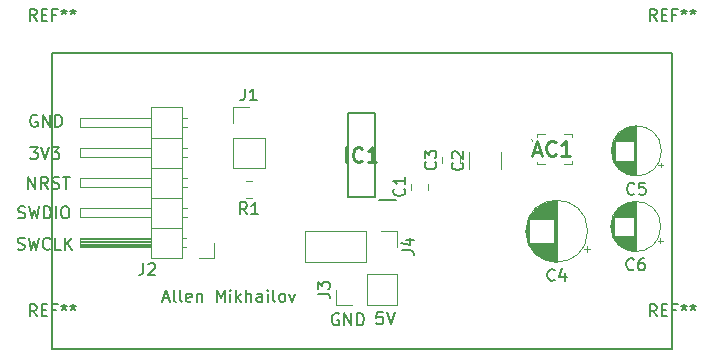
<source format=gbr>
%TF.GenerationSoftware,KiCad,Pcbnew,8.0.5*%
%TF.CreationDate,2025-04-25T02:38:47-05:00*%
%TF.ProjectId,327_project_pcb,3332375f-7072-46f6-9a65-63745f706362,rev?*%
%TF.SameCoordinates,Original*%
%TF.FileFunction,Legend,Top*%
%TF.FilePolarity,Positive*%
%FSLAX46Y46*%
G04 Gerber Fmt 4.6, Leading zero omitted, Abs format (unit mm)*
G04 Created by KiCad (PCBNEW 8.0.5) date 2025-04-25 02:38:47*
%MOMM*%
%LPD*%
G01*
G04 APERTURE LIST*
%ADD10C,0.127000*%
%ADD11C,0.150000*%
%ADD12C,0.254000*%
%ADD13C,0.120000*%
%ADD14C,0.200000*%
%ADD15C,0.100000*%
G04 APERTURE END LIST*
D10*
X217500000Y-115000000D02*
X217500000Y-90000000D01*
X165000000Y-115000000D02*
X217500000Y-115000000D01*
X165000000Y-90000000D02*
X165000000Y-115000000D01*
X217500000Y-90000000D02*
X165000000Y-90000000D01*
X174377075Y-110728771D02*
X174860885Y-110728771D01*
X174280313Y-111019056D02*
X174618980Y-110003056D01*
X174618980Y-110003056D02*
X174957647Y-111019056D01*
X175441456Y-111019056D02*
X175344694Y-110970676D01*
X175344694Y-110970676D02*
X175296313Y-110873914D01*
X175296313Y-110873914D02*
X175296313Y-110003056D01*
X175973646Y-111019056D02*
X175876884Y-110970676D01*
X175876884Y-110970676D02*
X175828503Y-110873914D01*
X175828503Y-110873914D02*
X175828503Y-110003056D01*
X176747741Y-110970676D02*
X176650979Y-111019056D01*
X176650979Y-111019056D02*
X176457455Y-111019056D01*
X176457455Y-111019056D02*
X176360693Y-110970676D01*
X176360693Y-110970676D02*
X176312312Y-110873914D01*
X176312312Y-110873914D02*
X176312312Y-110486866D01*
X176312312Y-110486866D02*
X176360693Y-110390104D01*
X176360693Y-110390104D02*
X176457455Y-110341723D01*
X176457455Y-110341723D02*
X176650979Y-110341723D01*
X176650979Y-110341723D02*
X176747741Y-110390104D01*
X176747741Y-110390104D02*
X176796122Y-110486866D01*
X176796122Y-110486866D02*
X176796122Y-110583628D01*
X176796122Y-110583628D02*
X176312312Y-110680390D01*
X177231550Y-110341723D02*
X177231550Y-111019056D01*
X177231550Y-110438485D02*
X177279931Y-110390104D01*
X177279931Y-110390104D02*
X177376693Y-110341723D01*
X177376693Y-110341723D02*
X177521836Y-110341723D01*
X177521836Y-110341723D02*
X177618598Y-110390104D01*
X177618598Y-110390104D02*
X177666979Y-110486866D01*
X177666979Y-110486866D02*
X177666979Y-111019056D01*
X178924883Y-111019056D02*
X178924883Y-110003056D01*
X178924883Y-110003056D02*
X179263550Y-110728771D01*
X179263550Y-110728771D02*
X179602217Y-110003056D01*
X179602217Y-110003056D02*
X179602217Y-111019056D01*
X180086026Y-111019056D02*
X180086026Y-110341723D01*
X180086026Y-110003056D02*
X180037645Y-110051437D01*
X180037645Y-110051437D02*
X180086026Y-110099818D01*
X180086026Y-110099818D02*
X180134407Y-110051437D01*
X180134407Y-110051437D02*
X180086026Y-110003056D01*
X180086026Y-110003056D02*
X180086026Y-110099818D01*
X180569836Y-111019056D02*
X180569836Y-110003056D01*
X180666598Y-110632009D02*
X180956884Y-111019056D01*
X180956884Y-110341723D02*
X180569836Y-110728771D01*
X181392312Y-111019056D02*
X181392312Y-110003056D01*
X181827741Y-111019056D02*
X181827741Y-110486866D01*
X181827741Y-110486866D02*
X181779360Y-110390104D01*
X181779360Y-110390104D02*
X181682598Y-110341723D01*
X181682598Y-110341723D02*
X181537455Y-110341723D01*
X181537455Y-110341723D02*
X181440693Y-110390104D01*
X181440693Y-110390104D02*
X181392312Y-110438485D01*
X182746979Y-111019056D02*
X182746979Y-110486866D01*
X182746979Y-110486866D02*
X182698598Y-110390104D01*
X182698598Y-110390104D02*
X182601836Y-110341723D01*
X182601836Y-110341723D02*
X182408312Y-110341723D01*
X182408312Y-110341723D02*
X182311550Y-110390104D01*
X182746979Y-110970676D02*
X182650217Y-111019056D01*
X182650217Y-111019056D02*
X182408312Y-111019056D01*
X182408312Y-111019056D02*
X182311550Y-110970676D01*
X182311550Y-110970676D02*
X182263169Y-110873914D01*
X182263169Y-110873914D02*
X182263169Y-110777152D01*
X182263169Y-110777152D02*
X182311550Y-110680390D01*
X182311550Y-110680390D02*
X182408312Y-110632009D01*
X182408312Y-110632009D02*
X182650217Y-110632009D01*
X182650217Y-110632009D02*
X182746979Y-110583628D01*
X183230788Y-111019056D02*
X183230788Y-110341723D01*
X183230788Y-110003056D02*
X183182407Y-110051437D01*
X183182407Y-110051437D02*
X183230788Y-110099818D01*
X183230788Y-110099818D02*
X183279169Y-110051437D01*
X183279169Y-110051437D02*
X183230788Y-110003056D01*
X183230788Y-110003056D02*
X183230788Y-110099818D01*
X183859741Y-111019056D02*
X183762979Y-110970676D01*
X183762979Y-110970676D02*
X183714598Y-110873914D01*
X183714598Y-110873914D02*
X183714598Y-110003056D01*
X184391931Y-111019056D02*
X184295169Y-110970676D01*
X184295169Y-110970676D02*
X184246788Y-110922295D01*
X184246788Y-110922295D02*
X184198407Y-110825533D01*
X184198407Y-110825533D02*
X184198407Y-110535247D01*
X184198407Y-110535247D02*
X184246788Y-110438485D01*
X184246788Y-110438485D02*
X184295169Y-110390104D01*
X184295169Y-110390104D02*
X184391931Y-110341723D01*
X184391931Y-110341723D02*
X184537074Y-110341723D01*
X184537074Y-110341723D02*
X184633836Y-110390104D01*
X184633836Y-110390104D02*
X184682217Y-110438485D01*
X184682217Y-110438485D02*
X184730598Y-110535247D01*
X184730598Y-110535247D02*
X184730598Y-110825533D01*
X184730598Y-110825533D02*
X184682217Y-110922295D01*
X184682217Y-110922295D02*
X184633836Y-110970676D01*
X184633836Y-110970676D02*
X184537074Y-111019056D01*
X184537074Y-111019056D02*
X184391931Y-111019056D01*
X185069264Y-110341723D02*
X185311169Y-111019056D01*
X185311169Y-111019056D02*
X185553074Y-110341723D01*
X189257647Y-112051437D02*
X189160885Y-112003056D01*
X189160885Y-112003056D02*
X189015742Y-112003056D01*
X189015742Y-112003056D02*
X188870599Y-112051437D01*
X188870599Y-112051437D02*
X188773837Y-112148199D01*
X188773837Y-112148199D02*
X188725456Y-112244961D01*
X188725456Y-112244961D02*
X188677075Y-112438485D01*
X188677075Y-112438485D02*
X188677075Y-112583628D01*
X188677075Y-112583628D02*
X188725456Y-112777152D01*
X188725456Y-112777152D02*
X188773837Y-112873914D01*
X188773837Y-112873914D02*
X188870599Y-112970676D01*
X188870599Y-112970676D02*
X189015742Y-113019056D01*
X189015742Y-113019056D02*
X189112504Y-113019056D01*
X189112504Y-113019056D02*
X189257647Y-112970676D01*
X189257647Y-112970676D02*
X189306028Y-112922295D01*
X189306028Y-112922295D02*
X189306028Y-112583628D01*
X189306028Y-112583628D02*
X189112504Y-112583628D01*
X189741456Y-113019056D02*
X189741456Y-112003056D01*
X189741456Y-112003056D02*
X190322028Y-113019056D01*
X190322028Y-113019056D02*
X190322028Y-112003056D01*
X190805837Y-113019056D02*
X190805837Y-112003056D01*
X190805837Y-112003056D02*
X191047742Y-112003056D01*
X191047742Y-112003056D02*
X191192885Y-112051437D01*
X191192885Y-112051437D02*
X191289647Y-112148199D01*
X191289647Y-112148199D02*
X191338028Y-112244961D01*
X191338028Y-112244961D02*
X191386409Y-112438485D01*
X191386409Y-112438485D02*
X191386409Y-112583628D01*
X191386409Y-112583628D02*
X191338028Y-112777152D01*
X191338028Y-112777152D02*
X191289647Y-112873914D01*
X191289647Y-112873914D02*
X191192885Y-112970676D01*
X191192885Y-112970676D02*
X191047742Y-113019056D01*
X191047742Y-113019056D02*
X190805837Y-113019056D01*
X192959266Y-111903056D02*
X192475456Y-111903056D01*
X192475456Y-111903056D02*
X192427075Y-112386866D01*
X192427075Y-112386866D02*
X192475456Y-112338485D01*
X192475456Y-112338485D02*
X192572218Y-112290104D01*
X192572218Y-112290104D02*
X192814123Y-112290104D01*
X192814123Y-112290104D02*
X192910885Y-112338485D01*
X192910885Y-112338485D02*
X192959266Y-112386866D01*
X192959266Y-112386866D02*
X193007647Y-112483628D01*
X193007647Y-112483628D02*
X193007647Y-112725533D01*
X193007647Y-112725533D02*
X192959266Y-112822295D01*
X192959266Y-112822295D02*
X192910885Y-112870676D01*
X192910885Y-112870676D02*
X192814123Y-112919056D01*
X192814123Y-112919056D02*
X192572218Y-112919056D01*
X192572218Y-112919056D02*
X192475456Y-112870676D01*
X192475456Y-112870676D02*
X192427075Y-112822295D01*
X193297932Y-111903056D02*
X193636599Y-112919056D01*
X193636599Y-112919056D02*
X193975266Y-111903056D01*
X162077075Y-106570676D02*
X162222218Y-106619056D01*
X162222218Y-106619056D02*
X162464123Y-106619056D01*
X162464123Y-106619056D02*
X162560885Y-106570676D01*
X162560885Y-106570676D02*
X162609266Y-106522295D01*
X162609266Y-106522295D02*
X162657647Y-106425533D01*
X162657647Y-106425533D02*
X162657647Y-106328771D01*
X162657647Y-106328771D02*
X162609266Y-106232009D01*
X162609266Y-106232009D02*
X162560885Y-106183628D01*
X162560885Y-106183628D02*
X162464123Y-106135247D01*
X162464123Y-106135247D02*
X162270599Y-106086866D01*
X162270599Y-106086866D02*
X162173837Y-106038485D01*
X162173837Y-106038485D02*
X162125456Y-105990104D01*
X162125456Y-105990104D02*
X162077075Y-105893342D01*
X162077075Y-105893342D02*
X162077075Y-105796580D01*
X162077075Y-105796580D02*
X162125456Y-105699818D01*
X162125456Y-105699818D02*
X162173837Y-105651437D01*
X162173837Y-105651437D02*
X162270599Y-105603056D01*
X162270599Y-105603056D02*
X162512504Y-105603056D01*
X162512504Y-105603056D02*
X162657647Y-105651437D01*
X162996313Y-105603056D02*
X163238218Y-106619056D01*
X163238218Y-106619056D02*
X163431742Y-105893342D01*
X163431742Y-105893342D02*
X163625266Y-106619056D01*
X163625266Y-106619056D02*
X163867171Y-105603056D01*
X164834790Y-106522295D02*
X164786409Y-106570676D01*
X164786409Y-106570676D02*
X164641266Y-106619056D01*
X164641266Y-106619056D02*
X164544504Y-106619056D01*
X164544504Y-106619056D02*
X164399361Y-106570676D01*
X164399361Y-106570676D02*
X164302599Y-106473914D01*
X164302599Y-106473914D02*
X164254218Y-106377152D01*
X164254218Y-106377152D02*
X164205837Y-106183628D01*
X164205837Y-106183628D02*
X164205837Y-106038485D01*
X164205837Y-106038485D02*
X164254218Y-105844961D01*
X164254218Y-105844961D02*
X164302599Y-105748199D01*
X164302599Y-105748199D02*
X164399361Y-105651437D01*
X164399361Y-105651437D02*
X164544504Y-105603056D01*
X164544504Y-105603056D02*
X164641266Y-105603056D01*
X164641266Y-105603056D02*
X164786409Y-105651437D01*
X164786409Y-105651437D02*
X164834790Y-105699818D01*
X165754028Y-106619056D02*
X165270218Y-106619056D01*
X165270218Y-106619056D02*
X165270218Y-105603056D01*
X166092694Y-106619056D02*
X166092694Y-105603056D01*
X166673266Y-106619056D02*
X166237837Y-106038485D01*
X166673266Y-105603056D02*
X166092694Y-106183628D01*
X162127075Y-103920676D02*
X162272218Y-103969056D01*
X162272218Y-103969056D02*
X162514123Y-103969056D01*
X162514123Y-103969056D02*
X162610885Y-103920676D01*
X162610885Y-103920676D02*
X162659266Y-103872295D01*
X162659266Y-103872295D02*
X162707647Y-103775533D01*
X162707647Y-103775533D02*
X162707647Y-103678771D01*
X162707647Y-103678771D02*
X162659266Y-103582009D01*
X162659266Y-103582009D02*
X162610885Y-103533628D01*
X162610885Y-103533628D02*
X162514123Y-103485247D01*
X162514123Y-103485247D02*
X162320599Y-103436866D01*
X162320599Y-103436866D02*
X162223837Y-103388485D01*
X162223837Y-103388485D02*
X162175456Y-103340104D01*
X162175456Y-103340104D02*
X162127075Y-103243342D01*
X162127075Y-103243342D02*
X162127075Y-103146580D01*
X162127075Y-103146580D02*
X162175456Y-103049818D01*
X162175456Y-103049818D02*
X162223837Y-103001437D01*
X162223837Y-103001437D02*
X162320599Y-102953056D01*
X162320599Y-102953056D02*
X162562504Y-102953056D01*
X162562504Y-102953056D02*
X162707647Y-103001437D01*
X163046313Y-102953056D02*
X163288218Y-103969056D01*
X163288218Y-103969056D02*
X163481742Y-103243342D01*
X163481742Y-103243342D02*
X163675266Y-103969056D01*
X163675266Y-103969056D02*
X163917171Y-102953056D01*
X164304218Y-103969056D02*
X164304218Y-102953056D01*
X164304218Y-102953056D02*
X164546123Y-102953056D01*
X164546123Y-102953056D02*
X164691266Y-103001437D01*
X164691266Y-103001437D02*
X164788028Y-103098199D01*
X164788028Y-103098199D02*
X164836409Y-103194961D01*
X164836409Y-103194961D02*
X164884790Y-103388485D01*
X164884790Y-103388485D02*
X164884790Y-103533628D01*
X164884790Y-103533628D02*
X164836409Y-103727152D01*
X164836409Y-103727152D02*
X164788028Y-103823914D01*
X164788028Y-103823914D02*
X164691266Y-103920676D01*
X164691266Y-103920676D02*
X164546123Y-103969056D01*
X164546123Y-103969056D02*
X164304218Y-103969056D01*
X165320218Y-103969056D02*
X165320218Y-102953056D01*
X165997552Y-102953056D02*
X166191076Y-102953056D01*
X166191076Y-102953056D02*
X166287838Y-103001437D01*
X166287838Y-103001437D02*
X166384600Y-103098199D01*
X166384600Y-103098199D02*
X166432981Y-103291723D01*
X166432981Y-103291723D02*
X166432981Y-103630390D01*
X166432981Y-103630390D02*
X166384600Y-103823914D01*
X166384600Y-103823914D02*
X166287838Y-103920676D01*
X166287838Y-103920676D02*
X166191076Y-103969056D01*
X166191076Y-103969056D02*
X165997552Y-103969056D01*
X165997552Y-103969056D02*
X165900790Y-103920676D01*
X165900790Y-103920676D02*
X165804028Y-103823914D01*
X165804028Y-103823914D02*
X165755647Y-103630390D01*
X165755647Y-103630390D02*
X165755647Y-103291723D01*
X165755647Y-103291723D02*
X165804028Y-103098199D01*
X165804028Y-103098199D02*
X165900790Y-103001437D01*
X165900790Y-103001437D02*
X165997552Y-102953056D01*
X162975456Y-101469056D02*
X162975456Y-100453056D01*
X162975456Y-100453056D02*
X163556028Y-101469056D01*
X163556028Y-101469056D02*
X163556028Y-100453056D01*
X164620409Y-101469056D02*
X164281742Y-100985247D01*
X164039837Y-101469056D02*
X164039837Y-100453056D01*
X164039837Y-100453056D02*
X164426885Y-100453056D01*
X164426885Y-100453056D02*
X164523647Y-100501437D01*
X164523647Y-100501437D02*
X164572028Y-100549818D01*
X164572028Y-100549818D02*
X164620409Y-100646580D01*
X164620409Y-100646580D02*
X164620409Y-100791723D01*
X164620409Y-100791723D02*
X164572028Y-100888485D01*
X164572028Y-100888485D02*
X164523647Y-100936866D01*
X164523647Y-100936866D02*
X164426885Y-100985247D01*
X164426885Y-100985247D02*
X164039837Y-100985247D01*
X165007456Y-101420676D02*
X165152599Y-101469056D01*
X165152599Y-101469056D02*
X165394504Y-101469056D01*
X165394504Y-101469056D02*
X165491266Y-101420676D01*
X165491266Y-101420676D02*
X165539647Y-101372295D01*
X165539647Y-101372295D02*
X165588028Y-101275533D01*
X165588028Y-101275533D02*
X165588028Y-101178771D01*
X165588028Y-101178771D02*
X165539647Y-101082009D01*
X165539647Y-101082009D02*
X165491266Y-101033628D01*
X165491266Y-101033628D02*
X165394504Y-100985247D01*
X165394504Y-100985247D02*
X165200980Y-100936866D01*
X165200980Y-100936866D02*
X165104218Y-100888485D01*
X165104218Y-100888485D02*
X165055837Y-100840104D01*
X165055837Y-100840104D02*
X165007456Y-100743342D01*
X165007456Y-100743342D02*
X165007456Y-100646580D01*
X165007456Y-100646580D02*
X165055837Y-100549818D01*
X165055837Y-100549818D02*
X165104218Y-100501437D01*
X165104218Y-100501437D02*
X165200980Y-100453056D01*
X165200980Y-100453056D02*
X165442885Y-100453056D01*
X165442885Y-100453056D02*
X165588028Y-100501437D01*
X165878313Y-100453056D02*
X166458885Y-100453056D01*
X166168599Y-101469056D02*
X166168599Y-100453056D01*
X163128694Y-97953056D02*
X163757647Y-97953056D01*
X163757647Y-97953056D02*
X163418980Y-98340104D01*
X163418980Y-98340104D02*
X163564123Y-98340104D01*
X163564123Y-98340104D02*
X163660885Y-98388485D01*
X163660885Y-98388485D02*
X163709266Y-98436866D01*
X163709266Y-98436866D02*
X163757647Y-98533628D01*
X163757647Y-98533628D02*
X163757647Y-98775533D01*
X163757647Y-98775533D02*
X163709266Y-98872295D01*
X163709266Y-98872295D02*
X163660885Y-98920676D01*
X163660885Y-98920676D02*
X163564123Y-98969056D01*
X163564123Y-98969056D02*
X163273837Y-98969056D01*
X163273837Y-98969056D02*
X163177075Y-98920676D01*
X163177075Y-98920676D02*
X163128694Y-98872295D01*
X164047932Y-97953056D02*
X164386599Y-98969056D01*
X164386599Y-98969056D02*
X164725266Y-97953056D01*
X164967170Y-97953056D02*
X165596123Y-97953056D01*
X165596123Y-97953056D02*
X165257456Y-98340104D01*
X165257456Y-98340104D02*
X165402599Y-98340104D01*
X165402599Y-98340104D02*
X165499361Y-98388485D01*
X165499361Y-98388485D02*
X165547742Y-98436866D01*
X165547742Y-98436866D02*
X165596123Y-98533628D01*
X165596123Y-98533628D02*
X165596123Y-98775533D01*
X165596123Y-98775533D02*
X165547742Y-98872295D01*
X165547742Y-98872295D02*
X165499361Y-98920676D01*
X165499361Y-98920676D02*
X165402599Y-98969056D01*
X165402599Y-98969056D02*
X165112313Y-98969056D01*
X165112313Y-98969056D02*
X165015551Y-98920676D01*
X165015551Y-98920676D02*
X164967170Y-98872295D01*
X163707647Y-95251437D02*
X163610885Y-95203056D01*
X163610885Y-95203056D02*
X163465742Y-95203056D01*
X163465742Y-95203056D02*
X163320599Y-95251437D01*
X163320599Y-95251437D02*
X163223837Y-95348199D01*
X163223837Y-95348199D02*
X163175456Y-95444961D01*
X163175456Y-95444961D02*
X163127075Y-95638485D01*
X163127075Y-95638485D02*
X163127075Y-95783628D01*
X163127075Y-95783628D02*
X163175456Y-95977152D01*
X163175456Y-95977152D02*
X163223837Y-96073914D01*
X163223837Y-96073914D02*
X163320599Y-96170676D01*
X163320599Y-96170676D02*
X163465742Y-96219056D01*
X163465742Y-96219056D02*
X163562504Y-96219056D01*
X163562504Y-96219056D02*
X163707647Y-96170676D01*
X163707647Y-96170676D02*
X163756028Y-96122295D01*
X163756028Y-96122295D02*
X163756028Y-95783628D01*
X163756028Y-95783628D02*
X163562504Y-95783628D01*
X164191456Y-96219056D02*
X164191456Y-95203056D01*
X164191456Y-95203056D02*
X164772028Y-96219056D01*
X164772028Y-96219056D02*
X164772028Y-95203056D01*
X165255837Y-96219056D02*
X165255837Y-95203056D01*
X165255837Y-95203056D02*
X165497742Y-95203056D01*
X165497742Y-95203056D02*
X165642885Y-95251437D01*
X165642885Y-95251437D02*
X165739647Y-95348199D01*
X165739647Y-95348199D02*
X165788028Y-95444961D01*
X165788028Y-95444961D02*
X165836409Y-95638485D01*
X165836409Y-95638485D02*
X165836409Y-95783628D01*
X165836409Y-95783628D02*
X165788028Y-95977152D01*
X165788028Y-95977152D02*
X165739647Y-96073914D01*
X165739647Y-96073914D02*
X165642885Y-96170676D01*
X165642885Y-96170676D02*
X165497742Y-96219056D01*
X165497742Y-96219056D02*
X165255837Y-96219056D01*
D11*
X163666666Y-112254819D02*
X163333333Y-111778628D01*
X163095238Y-112254819D02*
X163095238Y-111254819D01*
X163095238Y-111254819D02*
X163476190Y-111254819D01*
X163476190Y-111254819D02*
X163571428Y-111302438D01*
X163571428Y-111302438D02*
X163619047Y-111350057D01*
X163619047Y-111350057D02*
X163666666Y-111445295D01*
X163666666Y-111445295D02*
X163666666Y-111588152D01*
X163666666Y-111588152D02*
X163619047Y-111683390D01*
X163619047Y-111683390D02*
X163571428Y-111731009D01*
X163571428Y-111731009D02*
X163476190Y-111778628D01*
X163476190Y-111778628D02*
X163095238Y-111778628D01*
X164095238Y-111731009D02*
X164428571Y-111731009D01*
X164571428Y-112254819D02*
X164095238Y-112254819D01*
X164095238Y-112254819D02*
X164095238Y-111254819D01*
X164095238Y-111254819D02*
X164571428Y-111254819D01*
X165333333Y-111731009D02*
X165000000Y-111731009D01*
X165000000Y-112254819D02*
X165000000Y-111254819D01*
X165000000Y-111254819D02*
X165476190Y-111254819D01*
X166000000Y-111254819D02*
X166000000Y-111492914D01*
X165761905Y-111397676D02*
X166000000Y-111492914D01*
X166000000Y-111492914D02*
X166238095Y-111397676D01*
X165857143Y-111683390D02*
X166000000Y-111492914D01*
X166000000Y-111492914D02*
X166142857Y-111683390D01*
X166761905Y-111254819D02*
X166761905Y-111492914D01*
X166523810Y-111397676D02*
X166761905Y-111492914D01*
X166761905Y-111492914D02*
X167000000Y-111397676D01*
X166619048Y-111683390D02*
X166761905Y-111492914D01*
X166761905Y-111492914D02*
X166904762Y-111683390D01*
X163666666Y-87254819D02*
X163333333Y-86778628D01*
X163095238Y-87254819D02*
X163095238Y-86254819D01*
X163095238Y-86254819D02*
X163476190Y-86254819D01*
X163476190Y-86254819D02*
X163571428Y-86302438D01*
X163571428Y-86302438D02*
X163619047Y-86350057D01*
X163619047Y-86350057D02*
X163666666Y-86445295D01*
X163666666Y-86445295D02*
X163666666Y-86588152D01*
X163666666Y-86588152D02*
X163619047Y-86683390D01*
X163619047Y-86683390D02*
X163571428Y-86731009D01*
X163571428Y-86731009D02*
X163476190Y-86778628D01*
X163476190Y-86778628D02*
X163095238Y-86778628D01*
X164095238Y-86731009D02*
X164428571Y-86731009D01*
X164571428Y-87254819D02*
X164095238Y-87254819D01*
X164095238Y-87254819D02*
X164095238Y-86254819D01*
X164095238Y-86254819D02*
X164571428Y-86254819D01*
X165333333Y-86731009D02*
X165000000Y-86731009D01*
X165000000Y-87254819D02*
X165000000Y-86254819D01*
X165000000Y-86254819D02*
X165476190Y-86254819D01*
X166000000Y-86254819D02*
X166000000Y-86492914D01*
X165761905Y-86397676D02*
X166000000Y-86492914D01*
X166000000Y-86492914D02*
X166238095Y-86397676D01*
X165857143Y-86683390D02*
X166000000Y-86492914D01*
X166000000Y-86492914D02*
X166142857Y-86683390D01*
X166761905Y-86254819D02*
X166761905Y-86492914D01*
X166523810Y-86397676D02*
X166761905Y-86492914D01*
X166761905Y-86492914D02*
X167000000Y-86397676D01*
X166619048Y-86683390D02*
X166761905Y-86492914D01*
X166761905Y-86492914D02*
X166904762Y-86683390D01*
X216166666Y-87254819D02*
X215833333Y-86778628D01*
X215595238Y-87254819D02*
X215595238Y-86254819D01*
X215595238Y-86254819D02*
X215976190Y-86254819D01*
X215976190Y-86254819D02*
X216071428Y-86302438D01*
X216071428Y-86302438D02*
X216119047Y-86350057D01*
X216119047Y-86350057D02*
X216166666Y-86445295D01*
X216166666Y-86445295D02*
X216166666Y-86588152D01*
X216166666Y-86588152D02*
X216119047Y-86683390D01*
X216119047Y-86683390D02*
X216071428Y-86731009D01*
X216071428Y-86731009D02*
X215976190Y-86778628D01*
X215976190Y-86778628D02*
X215595238Y-86778628D01*
X216595238Y-86731009D02*
X216928571Y-86731009D01*
X217071428Y-87254819D02*
X216595238Y-87254819D01*
X216595238Y-87254819D02*
X216595238Y-86254819D01*
X216595238Y-86254819D02*
X217071428Y-86254819D01*
X217833333Y-86731009D02*
X217500000Y-86731009D01*
X217500000Y-87254819D02*
X217500000Y-86254819D01*
X217500000Y-86254819D02*
X217976190Y-86254819D01*
X218500000Y-86254819D02*
X218500000Y-86492914D01*
X218261905Y-86397676D02*
X218500000Y-86492914D01*
X218500000Y-86492914D02*
X218738095Y-86397676D01*
X218357143Y-86683390D02*
X218500000Y-86492914D01*
X218500000Y-86492914D02*
X218642857Y-86683390D01*
X219261905Y-86254819D02*
X219261905Y-86492914D01*
X219023810Y-86397676D02*
X219261905Y-86492914D01*
X219261905Y-86492914D02*
X219500000Y-86397676D01*
X219119048Y-86683390D02*
X219261905Y-86492914D01*
X219261905Y-86492914D02*
X219404762Y-86683390D01*
X216166666Y-112254819D02*
X215833333Y-111778628D01*
X215595238Y-112254819D02*
X215595238Y-111254819D01*
X215595238Y-111254819D02*
X215976190Y-111254819D01*
X215976190Y-111254819D02*
X216071428Y-111302438D01*
X216071428Y-111302438D02*
X216119047Y-111350057D01*
X216119047Y-111350057D02*
X216166666Y-111445295D01*
X216166666Y-111445295D02*
X216166666Y-111588152D01*
X216166666Y-111588152D02*
X216119047Y-111683390D01*
X216119047Y-111683390D02*
X216071428Y-111731009D01*
X216071428Y-111731009D02*
X215976190Y-111778628D01*
X215976190Y-111778628D02*
X215595238Y-111778628D01*
X216595238Y-111731009D02*
X216928571Y-111731009D01*
X217071428Y-112254819D02*
X216595238Y-112254819D01*
X216595238Y-112254819D02*
X216595238Y-111254819D01*
X216595238Y-111254819D02*
X217071428Y-111254819D01*
X217833333Y-111731009D02*
X217500000Y-111731009D01*
X217500000Y-112254819D02*
X217500000Y-111254819D01*
X217500000Y-111254819D02*
X217976190Y-111254819D01*
X218500000Y-111254819D02*
X218500000Y-111492914D01*
X218261905Y-111397676D02*
X218500000Y-111492914D01*
X218500000Y-111492914D02*
X218738095Y-111397676D01*
X218357143Y-111683390D02*
X218500000Y-111492914D01*
X218500000Y-111492914D02*
X218642857Y-111683390D01*
X219261905Y-111254819D02*
X219261905Y-111492914D01*
X219023810Y-111397676D02*
X219261905Y-111492914D01*
X219261905Y-111492914D02*
X219500000Y-111397676D01*
X219119048Y-111683390D02*
X219261905Y-111492914D01*
X219261905Y-111492914D02*
X219404762Y-111683390D01*
X181483333Y-103604819D02*
X181150000Y-103128628D01*
X180911905Y-103604819D02*
X180911905Y-102604819D01*
X180911905Y-102604819D02*
X181292857Y-102604819D01*
X181292857Y-102604819D02*
X181388095Y-102652438D01*
X181388095Y-102652438D02*
X181435714Y-102700057D01*
X181435714Y-102700057D02*
X181483333Y-102795295D01*
X181483333Y-102795295D02*
X181483333Y-102938152D01*
X181483333Y-102938152D02*
X181435714Y-103033390D01*
X181435714Y-103033390D02*
X181388095Y-103081009D01*
X181388095Y-103081009D02*
X181292857Y-103128628D01*
X181292857Y-103128628D02*
X180911905Y-103128628D01*
X182435714Y-103604819D02*
X181864286Y-103604819D01*
X182150000Y-103604819D02*
X182150000Y-102604819D01*
X182150000Y-102604819D02*
X182054762Y-102747676D01*
X182054762Y-102747676D02*
X181959524Y-102842914D01*
X181959524Y-102842914D02*
X181864286Y-102890533D01*
X194609819Y-106683333D02*
X195324104Y-106683333D01*
X195324104Y-106683333D02*
X195466961Y-106730952D01*
X195466961Y-106730952D02*
X195562200Y-106826190D01*
X195562200Y-106826190D02*
X195609819Y-106969047D01*
X195609819Y-106969047D02*
X195609819Y-107064285D01*
X194943152Y-105778571D02*
X195609819Y-105778571D01*
X194562200Y-106016666D02*
X195276485Y-106254761D01*
X195276485Y-106254761D02*
X195276485Y-105635714D01*
X187474819Y-110333333D02*
X188189104Y-110333333D01*
X188189104Y-110333333D02*
X188331961Y-110380952D01*
X188331961Y-110380952D02*
X188427200Y-110476190D01*
X188427200Y-110476190D02*
X188474819Y-110619047D01*
X188474819Y-110619047D02*
X188474819Y-110714285D01*
X187474819Y-109952380D02*
X187474819Y-109333333D01*
X187474819Y-109333333D02*
X187855771Y-109666666D01*
X187855771Y-109666666D02*
X187855771Y-109523809D01*
X187855771Y-109523809D02*
X187903390Y-109428571D01*
X187903390Y-109428571D02*
X187951009Y-109380952D01*
X187951009Y-109380952D02*
X188046247Y-109333333D01*
X188046247Y-109333333D02*
X188284342Y-109333333D01*
X188284342Y-109333333D02*
X188379580Y-109380952D01*
X188379580Y-109380952D02*
X188427200Y-109428571D01*
X188427200Y-109428571D02*
X188474819Y-109523809D01*
X188474819Y-109523809D02*
X188474819Y-109809523D01*
X188474819Y-109809523D02*
X188427200Y-109904761D01*
X188427200Y-109904761D02*
X188379580Y-109952380D01*
X172706666Y-107749819D02*
X172706666Y-108464104D01*
X172706666Y-108464104D02*
X172659047Y-108606961D01*
X172659047Y-108606961D02*
X172563809Y-108702200D01*
X172563809Y-108702200D02*
X172420952Y-108749819D01*
X172420952Y-108749819D02*
X172325714Y-108749819D01*
X173135238Y-107845057D02*
X173182857Y-107797438D01*
X173182857Y-107797438D02*
X173278095Y-107749819D01*
X173278095Y-107749819D02*
X173516190Y-107749819D01*
X173516190Y-107749819D02*
X173611428Y-107797438D01*
X173611428Y-107797438D02*
X173659047Y-107845057D01*
X173659047Y-107845057D02*
X173706666Y-107940295D01*
X173706666Y-107940295D02*
X173706666Y-108035533D01*
X173706666Y-108035533D02*
X173659047Y-108178390D01*
X173659047Y-108178390D02*
X173087619Y-108749819D01*
X173087619Y-108749819D02*
X173706666Y-108749819D01*
X181316666Y-92974819D02*
X181316666Y-93689104D01*
X181316666Y-93689104D02*
X181269047Y-93831961D01*
X181269047Y-93831961D02*
X181173809Y-93927200D01*
X181173809Y-93927200D02*
X181030952Y-93974819D01*
X181030952Y-93974819D02*
X180935714Y-93974819D01*
X182316666Y-93974819D02*
X181745238Y-93974819D01*
X182030952Y-93974819D02*
X182030952Y-92974819D01*
X182030952Y-92974819D02*
X181935714Y-93117676D01*
X181935714Y-93117676D02*
X181840476Y-93212914D01*
X181840476Y-93212914D02*
X181745238Y-93260533D01*
D12*
X189910237Y-99199318D02*
X189910237Y-97929318D01*
X191240714Y-99078365D02*
X191180238Y-99138842D01*
X191180238Y-99138842D02*
X190998809Y-99199318D01*
X190998809Y-99199318D02*
X190877857Y-99199318D01*
X190877857Y-99199318D02*
X190696428Y-99138842D01*
X190696428Y-99138842D02*
X190575476Y-99017889D01*
X190575476Y-99017889D02*
X190514999Y-98896937D01*
X190514999Y-98896937D02*
X190454523Y-98655032D01*
X190454523Y-98655032D02*
X190454523Y-98473603D01*
X190454523Y-98473603D02*
X190514999Y-98231699D01*
X190514999Y-98231699D02*
X190575476Y-98110746D01*
X190575476Y-98110746D02*
X190696428Y-97989794D01*
X190696428Y-97989794D02*
X190877857Y-97929318D01*
X190877857Y-97929318D02*
X190998809Y-97929318D01*
X190998809Y-97929318D02*
X191180238Y-97989794D01*
X191180238Y-97989794D02*
X191240714Y-98050270D01*
X192450238Y-99199318D02*
X191724523Y-99199318D01*
X192087380Y-99199318D02*
X192087380Y-97929318D01*
X192087380Y-97929318D02*
X191966428Y-98110746D01*
X191966428Y-98110746D02*
X191845476Y-98231699D01*
X191845476Y-98231699D02*
X191724523Y-98292175D01*
D11*
X214233333Y-108259580D02*
X214185714Y-108307200D01*
X214185714Y-108307200D02*
X214042857Y-108354819D01*
X214042857Y-108354819D02*
X213947619Y-108354819D01*
X213947619Y-108354819D02*
X213804762Y-108307200D01*
X213804762Y-108307200D02*
X213709524Y-108211961D01*
X213709524Y-108211961D02*
X213661905Y-108116723D01*
X213661905Y-108116723D02*
X213614286Y-107926247D01*
X213614286Y-107926247D02*
X213614286Y-107783390D01*
X213614286Y-107783390D02*
X213661905Y-107592914D01*
X213661905Y-107592914D02*
X213709524Y-107497676D01*
X213709524Y-107497676D02*
X213804762Y-107402438D01*
X213804762Y-107402438D02*
X213947619Y-107354819D01*
X213947619Y-107354819D02*
X214042857Y-107354819D01*
X214042857Y-107354819D02*
X214185714Y-107402438D01*
X214185714Y-107402438D02*
X214233333Y-107450057D01*
X215090476Y-107354819D02*
X214900000Y-107354819D01*
X214900000Y-107354819D02*
X214804762Y-107402438D01*
X214804762Y-107402438D02*
X214757143Y-107450057D01*
X214757143Y-107450057D02*
X214661905Y-107592914D01*
X214661905Y-107592914D02*
X214614286Y-107783390D01*
X214614286Y-107783390D02*
X214614286Y-108164342D01*
X214614286Y-108164342D02*
X214661905Y-108259580D01*
X214661905Y-108259580D02*
X214709524Y-108307200D01*
X214709524Y-108307200D02*
X214804762Y-108354819D01*
X214804762Y-108354819D02*
X214995238Y-108354819D01*
X214995238Y-108354819D02*
X215090476Y-108307200D01*
X215090476Y-108307200D02*
X215138095Y-108259580D01*
X215138095Y-108259580D02*
X215185714Y-108164342D01*
X215185714Y-108164342D02*
X215185714Y-107926247D01*
X215185714Y-107926247D02*
X215138095Y-107831009D01*
X215138095Y-107831009D02*
X215090476Y-107783390D01*
X215090476Y-107783390D02*
X214995238Y-107735771D01*
X214995238Y-107735771D02*
X214804762Y-107735771D01*
X214804762Y-107735771D02*
X214709524Y-107783390D01*
X214709524Y-107783390D02*
X214661905Y-107831009D01*
X214661905Y-107831009D02*
X214614286Y-107926247D01*
X214283333Y-101859580D02*
X214235714Y-101907200D01*
X214235714Y-101907200D02*
X214092857Y-101954819D01*
X214092857Y-101954819D02*
X213997619Y-101954819D01*
X213997619Y-101954819D02*
X213854762Y-101907200D01*
X213854762Y-101907200D02*
X213759524Y-101811961D01*
X213759524Y-101811961D02*
X213711905Y-101716723D01*
X213711905Y-101716723D02*
X213664286Y-101526247D01*
X213664286Y-101526247D02*
X213664286Y-101383390D01*
X213664286Y-101383390D02*
X213711905Y-101192914D01*
X213711905Y-101192914D02*
X213759524Y-101097676D01*
X213759524Y-101097676D02*
X213854762Y-101002438D01*
X213854762Y-101002438D02*
X213997619Y-100954819D01*
X213997619Y-100954819D02*
X214092857Y-100954819D01*
X214092857Y-100954819D02*
X214235714Y-101002438D01*
X214235714Y-101002438D02*
X214283333Y-101050057D01*
X215188095Y-100954819D02*
X214711905Y-100954819D01*
X214711905Y-100954819D02*
X214664286Y-101431009D01*
X214664286Y-101431009D02*
X214711905Y-101383390D01*
X214711905Y-101383390D02*
X214807143Y-101335771D01*
X214807143Y-101335771D02*
X215045238Y-101335771D01*
X215045238Y-101335771D02*
X215140476Y-101383390D01*
X215140476Y-101383390D02*
X215188095Y-101431009D01*
X215188095Y-101431009D02*
X215235714Y-101526247D01*
X215235714Y-101526247D02*
X215235714Y-101764342D01*
X215235714Y-101764342D02*
X215188095Y-101859580D01*
X215188095Y-101859580D02*
X215140476Y-101907200D01*
X215140476Y-101907200D02*
X215045238Y-101954819D01*
X215045238Y-101954819D02*
X214807143Y-101954819D01*
X214807143Y-101954819D02*
X214711905Y-101907200D01*
X214711905Y-101907200D02*
X214664286Y-101859580D01*
X207538446Y-109159580D02*
X207490827Y-109207200D01*
X207490827Y-109207200D02*
X207347970Y-109254819D01*
X207347970Y-109254819D02*
X207252732Y-109254819D01*
X207252732Y-109254819D02*
X207109875Y-109207200D01*
X207109875Y-109207200D02*
X207014637Y-109111961D01*
X207014637Y-109111961D02*
X206967018Y-109016723D01*
X206967018Y-109016723D02*
X206919399Y-108826247D01*
X206919399Y-108826247D02*
X206919399Y-108683390D01*
X206919399Y-108683390D02*
X206967018Y-108492914D01*
X206967018Y-108492914D02*
X207014637Y-108397676D01*
X207014637Y-108397676D02*
X207109875Y-108302438D01*
X207109875Y-108302438D02*
X207252732Y-108254819D01*
X207252732Y-108254819D02*
X207347970Y-108254819D01*
X207347970Y-108254819D02*
X207490827Y-108302438D01*
X207490827Y-108302438D02*
X207538446Y-108350057D01*
X208395589Y-108588152D02*
X208395589Y-109254819D01*
X208157494Y-108207200D02*
X207919399Y-108921485D01*
X207919399Y-108921485D02*
X208538446Y-108921485D01*
X197429580Y-99179166D02*
X197477200Y-99226785D01*
X197477200Y-99226785D02*
X197524819Y-99369642D01*
X197524819Y-99369642D02*
X197524819Y-99464880D01*
X197524819Y-99464880D02*
X197477200Y-99607737D01*
X197477200Y-99607737D02*
X197381961Y-99702975D01*
X197381961Y-99702975D02*
X197286723Y-99750594D01*
X197286723Y-99750594D02*
X197096247Y-99798213D01*
X197096247Y-99798213D02*
X196953390Y-99798213D01*
X196953390Y-99798213D02*
X196762914Y-99750594D01*
X196762914Y-99750594D02*
X196667676Y-99702975D01*
X196667676Y-99702975D02*
X196572438Y-99607737D01*
X196572438Y-99607737D02*
X196524819Y-99464880D01*
X196524819Y-99464880D02*
X196524819Y-99369642D01*
X196524819Y-99369642D02*
X196572438Y-99226785D01*
X196572438Y-99226785D02*
X196620057Y-99179166D01*
X196524819Y-98845832D02*
X196524819Y-98226785D01*
X196524819Y-98226785D02*
X196905771Y-98560118D01*
X196905771Y-98560118D02*
X196905771Y-98417261D01*
X196905771Y-98417261D02*
X196953390Y-98322023D01*
X196953390Y-98322023D02*
X197001009Y-98274404D01*
X197001009Y-98274404D02*
X197096247Y-98226785D01*
X197096247Y-98226785D02*
X197334342Y-98226785D01*
X197334342Y-98226785D02*
X197429580Y-98274404D01*
X197429580Y-98274404D02*
X197477200Y-98322023D01*
X197477200Y-98322023D02*
X197524819Y-98417261D01*
X197524819Y-98417261D02*
X197524819Y-98702975D01*
X197524819Y-98702975D02*
X197477200Y-98798213D01*
X197477200Y-98798213D02*
X197429580Y-98845832D01*
X199709580Y-99254166D02*
X199757200Y-99301785D01*
X199757200Y-99301785D02*
X199804819Y-99444642D01*
X199804819Y-99444642D02*
X199804819Y-99539880D01*
X199804819Y-99539880D02*
X199757200Y-99682737D01*
X199757200Y-99682737D02*
X199661961Y-99777975D01*
X199661961Y-99777975D02*
X199566723Y-99825594D01*
X199566723Y-99825594D02*
X199376247Y-99873213D01*
X199376247Y-99873213D02*
X199233390Y-99873213D01*
X199233390Y-99873213D02*
X199042914Y-99825594D01*
X199042914Y-99825594D02*
X198947676Y-99777975D01*
X198947676Y-99777975D02*
X198852438Y-99682737D01*
X198852438Y-99682737D02*
X198804819Y-99539880D01*
X198804819Y-99539880D02*
X198804819Y-99444642D01*
X198804819Y-99444642D02*
X198852438Y-99301785D01*
X198852438Y-99301785D02*
X198900057Y-99254166D01*
X198900057Y-98873213D02*
X198852438Y-98825594D01*
X198852438Y-98825594D02*
X198804819Y-98730356D01*
X198804819Y-98730356D02*
X198804819Y-98492261D01*
X198804819Y-98492261D02*
X198852438Y-98397023D01*
X198852438Y-98397023D02*
X198900057Y-98349404D01*
X198900057Y-98349404D02*
X198995295Y-98301785D01*
X198995295Y-98301785D02*
X199090533Y-98301785D01*
X199090533Y-98301785D02*
X199233390Y-98349404D01*
X199233390Y-98349404D02*
X199804819Y-98920832D01*
X199804819Y-98920832D02*
X199804819Y-98301785D01*
X194779580Y-101454166D02*
X194827200Y-101501785D01*
X194827200Y-101501785D02*
X194874819Y-101644642D01*
X194874819Y-101644642D02*
X194874819Y-101739880D01*
X194874819Y-101739880D02*
X194827200Y-101882737D01*
X194827200Y-101882737D02*
X194731961Y-101977975D01*
X194731961Y-101977975D02*
X194636723Y-102025594D01*
X194636723Y-102025594D02*
X194446247Y-102073213D01*
X194446247Y-102073213D02*
X194303390Y-102073213D01*
X194303390Y-102073213D02*
X194112914Y-102025594D01*
X194112914Y-102025594D02*
X194017676Y-101977975D01*
X194017676Y-101977975D02*
X193922438Y-101882737D01*
X193922438Y-101882737D02*
X193874819Y-101739880D01*
X193874819Y-101739880D02*
X193874819Y-101644642D01*
X193874819Y-101644642D02*
X193922438Y-101501785D01*
X193922438Y-101501785D02*
X193970057Y-101454166D01*
X194874819Y-100501785D02*
X194874819Y-101073213D01*
X194874819Y-100787499D02*
X193874819Y-100787499D01*
X193874819Y-100787499D02*
X194017676Y-100882737D01*
X194017676Y-100882737D02*
X194112914Y-100977975D01*
X194112914Y-100977975D02*
X194160533Y-101073213D01*
D12*
X205732857Y-98311461D02*
X206337619Y-98311461D01*
X205611905Y-98674318D02*
X206035238Y-97404318D01*
X206035238Y-97404318D02*
X206458572Y-98674318D01*
X207607619Y-98553365D02*
X207547143Y-98613842D01*
X207547143Y-98613842D02*
X207365714Y-98674318D01*
X207365714Y-98674318D02*
X207244762Y-98674318D01*
X207244762Y-98674318D02*
X207063333Y-98613842D01*
X207063333Y-98613842D02*
X206942381Y-98492889D01*
X206942381Y-98492889D02*
X206881904Y-98371937D01*
X206881904Y-98371937D02*
X206821428Y-98130032D01*
X206821428Y-98130032D02*
X206821428Y-97948603D01*
X206821428Y-97948603D02*
X206881904Y-97706699D01*
X206881904Y-97706699D02*
X206942381Y-97585746D01*
X206942381Y-97585746D02*
X207063333Y-97464794D01*
X207063333Y-97464794D02*
X207244762Y-97404318D01*
X207244762Y-97404318D02*
X207365714Y-97404318D01*
X207365714Y-97404318D02*
X207547143Y-97464794D01*
X207547143Y-97464794D02*
X207607619Y-97525270D01*
X208817143Y-98674318D02*
X208091428Y-98674318D01*
X208454285Y-98674318D02*
X208454285Y-97404318D01*
X208454285Y-97404318D02*
X208333333Y-97585746D01*
X208333333Y-97585746D02*
X208212381Y-97706699D01*
X208212381Y-97706699D02*
X208091428Y-97767175D01*
D13*
%TO.C,R1*%
X181877064Y-102235000D02*
X181422936Y-102235000D01*
X181877064Y-100765000D02*
X181422936Y-100765000D01*
%TO.C,J4*%
X194155000Y-105020000D02*
X194155000Y-106350000D01*
X192825000Y-105020000D02*
X194155000Y-105020000D01*
X191555000Y-105020000D02*
X186415000Y-105020000D01*
X191555000Y-105020000D02*
X191555000Y-107680000D01*
X186415000Y-105020000D02*
X186415000Y-107680000D01*
X191555000Y-107680000D02*
X186415000Y-107680000D01*
%TO.C,J3*%
X189020000Y-111330000D02*
X189020000Y-110000000D01*
X190350000Y-111330000D02*
X189020000Y-111330000D01*
X191620000Y-111330000D02*
X194220000Y-111330000D01*
X191620000Y-111330000D02*
X191620000Y-108670000D01*
X194220000Y-111330000D02*
X194220000Y-108670000D01*
X191620000Y-108670000D02*
X194220000Y-108670000D01*
%TO.C,J2*%
X178695000Y-107295000D02*
X177425000Y-107295000D01*
X178695000Y-106025000D02*
X178695000Y-107295000D01*
X176382071Y-103865000D02*
X175985000Y-103865000D01*
X176382071Y-103105000D02*
X175985000Y-103105000D01*
X176382071Y-101325000D02*
X175985000Y-101325000D01*
X176382071Y-100565000D02*
X175985000Y-100565000D01*
X176382071Y-98785000D02*
X175985000Y-98785000D01*
X176382071Y-98025000D02*
X175985000Y-98025000D01*
X176382071Y-96245000D02*
X175985000Y-96245000D01*
X176382071Y-95485000D02*
X175985000Y-95485000D01*
X176315000Y-106405000D02*
X175985000Y-106405000D01*
X176315000Y-105645000D02*
X175985000Y-105645000D01*
X175985000Y-107355000D02*
X175985000Y-94535000D01*
X175985000Y-104755000D02*
X173325000Y-104755000D01*
X175985000Y-102215000D02*
X173325000Y-102215000D01*
X175985000Y-99675000D02*
X173325000Y-99675000D01*
X175985000Y-97135000D02*
X173325000Y-97135000D01*
X175985000Y-94535000D02*
X173325000Y-94535000D01*
X173325000Y-107355000D02*
X175985000Y-107355000D01*
X173325000Y-106405000D02*
X167325000Y-106405000D01*
X173325000Y-106345000D02*
X167325000Y-106345000D01*
X173325000Y-106225000D02*
X167325000Y-106225000D01*
X173325000Y-106105000D02*
X167325000Y-106105000D01*
X173325000Y-105985000D02*
X167325000Y-105985000D01*
X173325000Y-105865000D02*
X167325000Y-105865000D01*
X173325000Y-105745000D02*
X167325000Y-105745000D01*
X173325000Y-103865000D02*
X167325000Y-103865000D01*
X173325000Y-101325000D02*
X167325000Y-101325000D01*
X173325000Y-98785000D02*
X167325000Y-98785000D01*
X173325000Y-96245000D02*
X167325000Y-96245000D01*
X173325000Y-94535000D02*
X173325000Y-107355000D01*
X167325000Y-106405000D02*
X167325000Y-105645000D01*
X167325000Y-105645000D02*
X173325000Y-105645000D01*
X167325000Y-103865000D02*
X167325000Y-103105000D01*
X167325000Y-103105000D02*
X173325000Y-103105000D01*
X167325000Y-101325000D02*
X167325000Y-100565000D01*
X167325000Y-100565000D02*
X173325000Y-100565000D01*
X167325000Y-98785000D02*
X167325000Y-98025000D01*
X167325000Y-98025000D02*
X173325000Y-98025000D01*
X167325000Y-96245000D02*
X167325000Y-95485000D01*
X167325000Y-95485000D02*
X173325000Y-95485000D01*
%TO.C,J1*%
X180320000Y-94520000D02*
X181650000Y-94520000D01*
X180320000Y-95850000D02*
X180320000Y-94520000D01*
X180320000Y-97120000D02*
X180320000Y-99720000D01*
X180320000Y-97120000D02*
X182980000Y-97120000D01*
X180320000Y-99720000D02*
X182980000Y-99720000D01*
X182980000Y-97120000D02*
X182980000Y-99720000D01*
D14*
%TO.C,IC1*%
X192300000Y-102175000D02*
X190000000Y-102175000D01*
X190000000Y-102175000D02*
X190000000Y-95075000D01*
X190000000Y-95075000D02*
X192300000Y-95075000D01*
X192300000Y-95075000D02*
X192300000Y-102175000D01*
X194075000Y-102375000D02*
X192650000Y-102375000D01*
D13*
%TO.C,C6*%
X216669801Y-105845000D02*
X216269801Y-105845000D01*
X216469801Y-106045000D02*
X216469801Y-105645000D01*
X214400000Y-106730000D02*
X214400000Y-102570000D01*
X214360000Y-106730000D02*
X214360000Y-102570000D01*
X214320000Y-106729000D02*
X214320000Y-102571000D01*
X214280000Y-106727000D02*
X214280000Y-102573000D01*
X214240000Y-106724000D02*
X214240000Y-102576000D01*
X214200000Y-106721000D02*
X214200000Y-105490000D01*
X214200000Y-103810000D02*
X214200000Y-102579000D01*
X214160000Y-106717000D02*
X214160000Y-105490000D01*
X214160000Y-103810000D02*
X214160000Y-102583000D01*
X214120000Y-106712000D02*
X214120000Y-105490000D01*
X214120000Y-103810000D02*
X214120000Y-102588000D01*
X214080000Y-106706000D02*
X214080000Y-105490000D01*
X214080000Y-103810000D02*
X214080000Y-102594000D01*
X214040000Y-106700000D02*
X214040000Y-105490000D01*
X214040000Y-103810000D02*
X214040000Y-102600000D01*
X214000000Y-106692000D02*
X214000000Y-105490000D01*
X214000000Y-103810000D02*
X214000000Y-102608000D01*
X213960000Y-106684000D02*
X213960000Y-105490000D01*
X213960000Y-103810000D02*
X213960000Y-102616000D01*
X213920000Y-106675000D02*
X213920000Y-105490000D01*
X213920000Y-103810000D02*
X213920000Y-102625000D01*
X213880000Y-106666000D02*
X213880000Y-105490000D01*
X213880000Y-103810000D02*
X213880000Y-102634000D01*
X213840000Y-106655000D02*
X213840000Y-105490000D01*
X213840000Y-103810000D02*
X213840000Y-102645000D01*
X213800000Y-106644000D02*
X213800000Y-105490000D01*
X213800000Y-103810000D02*
X213800000Y-102656000D01*
X213760000Y-106632000D02*
X213760000Y-105490000D01*
X213760000Y-103810000D02*
X213760000Y-102668000D01*
X213720000Y-106618000D02*
X213720000Y-105490000D01*
X213720000Y-103810000D02*
X213720000Y-102682000D01*
X213679000Y-106604000D02*
X213679000Y-105490000D01*
X213679000Y-103810000D02*
X213679000Y-102696000D01*
X213639000Y-106590000D02*
X213639000Y-105490000D01*
X213639000Y-103810000D02*
X213639000Y-102710000D01*
X213599000Y-106574000D02*
X213599000Y-105490000D01*
X213599000Y-103810000D02*
X213599000Y-102726000D01*
X213559000Y-106557000D02*
X213559000Y-105490000D01*
X213559000Y-103810000D02*
X213559000Y-102743000D01*
X213519000Y-106539000D02*
X213519000Y-105490000D01*
X213519000Y-103810000D02*
X213519000Y-102761000D01*
X213479000Y-106520000D02*
X213479000Y-105490000D01*
X213479000Y-103810000D02*
X213479000Y-102780000D01*
X213439000Y-106501000D02*
X213439000Y-105490000D01*
X213439000Y-103810000D02*
X213439000Y-102799000D01*
X213399000Y-106480000D02*
X213399000Y-105490000D01*
X213399000Y-103810000D02*
X213399000Y-102820000D01*
X213359000Y-106458000D02*
X213359000Y-105490000D01*
X213359000Y-103810000D02*
X213359000Y-102842000D01*
X213319000Y-106435000D02*
X213319000Y-105490000D01*
X213319000Y-103810000D02*
X213319000Y-102865000D01*
X213279000Y-106410000D02*
X213279000Y-105490000D01*
X213279000Y-103810000D02*
X213279000Y-102890000D01*
X213239000Y-106385000D02*
X213239000Y-105490000D01*
X213239000Y-103810000D02*
X213239000Y-102915000D01*
X213199000Y-106358000D02*
X213199000Y-105490000D01*
X213199000Y-103810000D02*
X213199000Y-102942000D01*
X213159000Y-106330000D02*
X213159000Y-105490000D01*
X213159000Y-103810000D02*
X213159000Y-102970000D01*
X213119000Y-106300000D02*
X213119000Y-105490000D01*
X213119000Y-103810000D02*
X213119000Y-103000000D01*
X213079000Y-106269000D02*
X213079000Y-105490000D01*
X213079000Y-103810000D02*
X213079000Y-103031000D01*
X213039000Y-106237000D02*
X213039000Y-105490000D01*
X213039000Y-103810000D02*
X213039000Y-103063000D01*
X212999000Y-106202000D02*
X212999000Y-105490000D01*
X212999000Y-103810000D02*
X212999000Y-103098000D01*
X212959000Y-106166000D02*
X212959000Y-105490000D01*
X212959000Y-103810000D02*
X212959000Y-103134000D01*
X212919000Y-106128000D02*
X212919000Y-105490000D01*
X212919000Y-103810000D02*
X212919000Y-103172000D01*
X212879000Y-106088000D02*
X212879000Y-105490000D01*
X212879000Y-103810000D02*
X212879000Y-103212000D01*
X212839000Y-106046000D02*
X212839000Y-105490000D01*
X212839000Y-103810000D02*
X212839000Y-103254000D01*
X212799000Y-106001000D02*
X212799000Y-105490000D01*
X212799000Y-103810000D02*
X212799000Y-103299000D01*
X212759000Y-105954000D02*
X212759000Y-105490000D01*
X212759000Y-103810000D02*
X212759000Y-103346000D01*
X212719000Y-105904000D02*
X212719000Y-105490000D01*
X212719000Y-103810000D02*
X212719000Y-103396000D01*
X212679000Y-105850000D02*
X212679000Y-105490000D01*
X212679000Y-103810000D02*
X212679000Y-103450000D01*
X212639000Y-105792000D02*
X212639000Y-105490000D01*
X212639000Y-103810000D02*
X212639000Y-103508000D01*
X212599000Y-105730000D02*
X212599000Y-105490000D01*
X212599000Y-103810000D02*
X212599000Y-103570000D01*
X212559000Y-105663000D02*
X212559000Y-103637000D01*
X212519000Y-105590000D02*
X212519000Y-103710000D01*
X212479000Y-105509000D02*
X212479000Y-103791000D01*
X212439000Y-105418000D02*
X212439000Y-103882000D01*
X212399000Y-105314000D02*
X212399000Y-103986000D01*
X212359000Y-105187000D02*
X212359000Y-104113000D01*
X212319000Y-105020000D02*
X212319000Y-104280000D01*
X216520000Y-104650000D02*
G75*
G02*
X212280000Y-104650000I-2120000J0D01*
G01*
X212280000Y-104650000D02*
G75*
G02*
X216520000Y-104650000I2120000J0D01*
G01*
%TO.C,C5*%
X216719801Y-99445000D02*
X216319801Y-99445000D01*
X216519801Y-99645000D02*
X216519801Y-99245000D01*
X214450000Y-100330000D02*
X214450000Y-96170000D01*
X214410000Y-100330000D02*
X214410000Y-96170000D01*
X214370000Y-100329000D02*
X214370000Y-96171000D01*
X214330000Y-100327000D02*
X214330000Y-96173000D01*
X214290000Y-100324000D02*
X214290000Y-96176000D01*
X214250000Y-100321000D02*
X214250000Y-99090000D01*
X214250000Y-97410000D02*
X214250000Y-96179000D01*
X214210000Y-100317000D02*
X214210000Y-99090000D01*
X214210000Y-97410000D02*
X214210000Y-96183000D01*
X214170000Y-100312000D02*
X214170000Y-99090000D01*
X214170000Y-97410000D02*
X214170000Y-96188000D01*
X214130000Y-100306000D02*
X214130000Y-99090000D01*
X214130000Y-97410000D02*
X214130000Y-96194000D01*
X214090000Y-100300000D02*
X214090000Y-99090000D01*
X214090000Y-97410000D02*
X214090000Y-96200000D01*
X214050000Y-100292000D02*
X214050000Y-99090000D01*
X214050000Y-97410000D02*
X214050000Y-96208000D01*
X214010000Y-100284000D02*
X214010000Y-99090000D01*
X214010000Y-97410000D02*
X214010000Y-96216000D01*
X213970000Y-100275000D02*
X213970000Y-99090000D01*
X213970000Y-97410000D02*
X213970000Y-96225000D01*
X213930000Y-100266000D02*
X213930000Y-99090000D01*
X213930000Y-97410000D02*
X213930000Y-96234000D01*
X213890000Y-100255000D02*
X213890000Y-99090000D01*
X213890000Y-97410000D02*
X213890000Y-96245000D01*
X213850000Y-100244000D02*
X213850000Y-99090000D01*
X213850000Y-97410000D02*
X213850000Y-96256000D01*
X213810000Y-100232000D02*
X213810000Y-99090000D01*
X213810000Y-97410000D02*
X213810000Y-96268000D01*
X213770000Y-100218000D02*
X213770000Y-99090000D01*
X213770000Y-97410000D02*
X213770000Y-96282000D01*
X213729000Y-100204000D02*
X213729000Y-99090000D01*
X213729000Y-97410000D02*
X213729000Y-96296000D01*
X213689000Y-100190000D02*
X213689000Y-99090000D01*
X213689000Y-97410000D02*
X213689000Y-96310000D01*
X213649000Y-100174000D02*
X213649000Y-99090000D01*
X213649000Y-97410000D02*
X213649000Y-96326000D01*
X213609000Y-100157000D02*
X213609000Y-99090000D01*
X213609000Y-97410000D02*
X213609000Y-96343000D01*
X213569000Y-100139000D02*
X213569000Y-99090000D01*
X213569000Y-97410000D02*
X213569000Y-96361000D01*
X213529000Y-100120000D02*
X213529000Y-99090000D01*
X213529000Y-97410000D02*
X213529000Y-96380000D01*
X213489000Y-100101000D02*
X213489000Y-99090000D01*
X213489000Y-97410000D02*
X213489000Y-96399000D01*
X213449000Y-100080000D02*
X213449000Y-99090000D01*
X213449000Y-97410000D02*
X213449000Y-96420000D01*
X213409000Y-100058000D02*
X213409000Y-99090000D01*
X213409000Y-97410000D02*
X213409000Y-96442000D01*
X213369000Y-100035000D02*
X213369000Y-99090000D01*
X213369000Y-97410000D02*
X213369000Y-96465000D01*
X213329000Y-100010000D02*
X213329000Y-99090000D01*
X213329000Y-97410000D02*
X213329000Y-96490000D01*
X213289000Y-99985000D02*
X213289000Y-99090000D01*
X213289000Y-97410000D02*
X213289000Y-96515000D01*
X213249000Y-99958000D02*
X213249000Y-99090000D01*
X213249000Y-97410000D02*
X213249000Y-96542000D01*
X213209000Y-99930000D02*
X213209000Y-99090000D01*
X213209000Y-97410000D02*
X213209000Y-96570000D01*
X213169000Y-99900000D02*
X213169000Y-99090000D01*
X213169000Y-97410000D02*
X213169000Y-96600000D01*
X213129000Y-99869000D02*
X213129000Y-99090000D01*
X213129000Y-97410000D02*
X213129000Y-96631000D01*
X213089000Y-99837000D02*
X213089000Y-99090000D01*
X213089000Y-97410000D02*
X213089000Y-96663000D01*
X213049000Y-99802000D02*
X213049000Y-99090000D01*
X213049000Y-97410000D02*
X213049000Y-96698000D01*
X213009000Y-99766000D02*
X213009000Y-99090000D01*
X213009000Y-97410000D02*
X213009000Y-96734000D01*
X212969000Y-99728000D02*
X212969000Y-99090000D01*
X212969000Y-97410000D02*
X212969000Y-96772000D01*
X212929000Y-99688000D02*
X212929000Y-99090000D01*
X212929000Y-97410000D02*
X212929000Y-96812000D01*
X212889000Y-99646000D02*
X212889000Y-99090000D01*
X212889000Y-97410000D02*
X212889000Y-96854000D01*
X212849000Y-99601000D02*
X212849000Y-99090000D01*
X212849000Y-97410000D02*
X212849000Y-96899000D01*
X212809000Y-99554000D02*
X212809000Y-99090000D01*
X212809000Y-97410000D02*
X212809000Y-96946000D01*
X212769000Y-99504000D02*
X212769000Y-99090000D01*
X212769000Y-97410000D02*
X212769000Y-96996000D01*
X212729000Y-99450000D02*
X212729000Y-99090000D01*
X212729000Y-97410000D02*
X212729000Y-97050000D01*
X212689000Y-99392000D02*
X212689000Y-99090000D01*
X212689000Y-97410000D02*
X212689000Y-97108000D01*
X212649000Y-99330000D02*
X212649000Y-99090000D01*
X212649000Y-97410000D02*
X212649000Y-97170000D01*
X212609000Y-99263000D02*
X212609000Y-97237000D01*
X212569000Y-99190000D02*
X212569000Y-97310000D01*
X212529000Y-99109000D02*
X212529000Y-97391000D01*
X212489000Y-99018000D02*
X212489000Y-97482000D01*
X212449000Y-98914000D02*
X212449000Y-97586000D01*
X212409000Y-98787000D02*
X212409000Y-97713000D01*
X212369000Y-98620000D02*
X212369000Y-97880000D01*
X216570000Y-98250000D02*
G75*
G02*
X212330000Y-98250000I-2120000J0D01*
G01*
X212330000Y-98250000D02*
G75*
G02*
X216570000Y-98250000I2120000J0D01*
G01*
%TO.C,C4*%
X210509888Y-106525000D02*
X210009888Y-106525000D01*
X210259888Y-106775000D02*
X210259888Y-106275000D01*
X207705113Y-107630000D02*
X207705113Y-102470000D01*
X207665113Y-107630000D02*
X207665113Y-102470000D01*
X207625113Y-107629000D02*
X207625113Y-102471000D01*
X207585113Y-107628000D02*
X207585113Y-102472000D01*
X207545113Y-107626000D02*
X207545113Y-102474000D01*
X207505113Y-107623000D02*
X207505113Y-102477000D01*
X207465113Y-107619000D02*
X207465113Y-106090000D01*
X207465113Y-104010000D02*
X207465113Y-102481000D01*
X207425113Y-107615000D02*
X207425113Y-106090000D01*
X207425113Y-104010000D02*
X207425113Y-102485000D01*
X207385113Y-107611000D02*
X207385113Y-106090000D01*
X207385113Y-104010000D02*
X207385113Y-102489000D01*
X207345113Y-107606000D02*
X207345113Y-106090000D01*
X207345113Y-104010000D02*
X207345113Y-102494000D01*
X207305113Y-107600000D02*
X207305113Y-106090000D01*
X207305113Y-104010000D02*
X207305113Y-102500000D01*
X207265113Y-107593000D02*
X207265113Y-106090000D01*
X207265113Y-104010000D02*
X207265113Y-102507000D01*
X207225113Y-107586000D02*
X207225113Y-106090000D01*
X207225113Y-104010000D02*
X207225113Y-102514000D01*
X207185113Y-107578000D02*
X207185113Y-106090000D01*
X207185113Y-104010000D02*
X207185113Y-102522000D01*
X207145113Y-107570000D02*
X207145113Y-106090000D01*
X207145113Y-104010000D02*
X207145113Y-102530000D01*
X207105113Y-107561000D02*
X207105113Y-106090000D01*
X207105113Y-104010000D02*
X207105113Y-102539000D01*
X207065113Y-107551000D02*
X207065113Y-106090000D01*
X207065113Y-104010000D02*
X207065113Y-102549000D01*
X207025113Y-107541000D02*
X207025113Y-106090000D01*
X207025113Y-104010000D02*
X207025113Y-102559000D01*
X206984113Y-107530000D02*
X206984113Y-106090000D01*
X206984113Y-104010000D02*
X206984113Y-102570000D01*
X206944113Y-107518000D02*
X206944113Y-106090000D01*
X206944113Y-104010000D02*
X206944113Y-102582000D01*
X206904113Y-107505000D02*
X206904113Y-106090000D01*
X206904113Y-104010000D02*
X206904113Y-102595000D01*
X206864113Y-107492000D02*
X206864113Y-106090000D01*
X206864113Y-104010000D02*
X206864113Y-102608000D01*
X206824113Y-107478000D02*
X206824113Y-106090000D01*
X206824113Y-104010000D02*
X206824113Y-102622000D01*
X206784113Y-107464000D02*
X206784113Y-106090000D01*
X206784113Y-104010000D02*
X206784113Y-102636000D01*
X206744113Y-107448000D02*
X206744113Y-106090000D01*
X206744113Y-104010000D02*
X206744113Y-102652000D01*
X206704113Y-107432000D02*
X206704113Y-106090000D01*
X206704113Y-104010000D02*
X206704113Y-102668000D01*
X206664113Y-107415000D02*
X206664113Y-106090000D01*
X206664113Y-104010000D02*
X206664113Y-102685000D01*
X206624113Y-107398000D02*
X206624113Y-106090000D01*
X206624113Y-104010000D02*
X206624113Y-102702000D01*
X206584113Y-107379000D02*
X206584113Y-106090000D01*
X206584113Y-104010000D02*
X206584113Y-102721000D01*
X206544113Y-107360000D02*
X206544113Y-106090000D01*
X206544113Y-104010000D02*
X206544113Y-102740000D01*
X206504113Y-107340000D02*
X206504113Y-106090000D01*
X206504113Y-104010000D02*
X206504113Y-102760000D01*
X206464113Y-107318000D02*
X206464113Y-106090000D01*
X206464113Y-104010000D02*
X206464113Y-102782000D01*
X206424113Y-107297000D02*
X206424113Y-106090000D01*
X206424113Y-104010000D02*
X206424113Y-102803000D01*
X206384113Y-107274000D02*
X206384113Y-106090000D01*
X206384113Y-104010000D02*
X206384113Y-102826000D01*
X206344113Y-107250000D02*
X206344113Y-106090000D01*
X206344113Y-104010000D02*
X206344113Y-102850000D01*
X206304113Y-107225000D02*
X206304113Y-106090000D01*
X206304113Y-104010000D02*
X206304113Y-102875000D01*
X206264113Y-107199000D02*
X206264113Y-106090000D01*
X206264113Y-104010000D02*
X206264113Y-102901000D01*
X206224113Y-107172000D02*
X206224113Y-106090000D01*
X206224113Y-104010000D02*
X206224113Y-102928000D01*
X206184113Y-107145000D02*
X206184113Y-106090000D01*
X206184113Y-104010000D02*
X206184113Y-102955000D01*
X206144113Y-107115000D02*
X206144113Y-106090000D01*
X206144113Y-104010000D02*
X206144113Y-102985000D01*
X206104113Y-107085000D02*
X206104113Y-106090000D01*
X206104113Y-104010000D02*
X206104113Y-103015000D01*
X206064113Y-107054000D02*
X206064113Y-106090000D01*
X206064113Y-104010000D02*
X206064113Y-103046000D01*
X206024113Y-107021000D02*
X206024113Y-106090000D01*
X206024113Y-104010000D02*
X206024113Y-103079000D01*
X205984113Y-106987000D02*
X205984113Y-106090000D01*
X205984113Y-104010000D02*
X205984113Y-103113000D01*
X205944113Y-106951000D02*
X205944113Y-106090000D01*
X205944113Y-104010000D02*
X205944113Y-103149000D01*
X205904113Y-106914000D02*
X205904113Y-106090000D01*
X205904113Y-104010000D02*
X205904113Y-103186000D01*
X205864113Y-106876000D02*
X205864113Y-106090000D01*
X205864113Y-104010000D02*
X205864113Y-103224000D01*
X205824113Y-106835000D02*
X205824113Y-106090000D01*
X205824113Y-104010000D02*
X205824113Y-103265000D01*
X205784113Y-106793000D02*
X205784113Y-106090000D01*
X205784113Y-104010000D02*
X205784113Y-103307000D01*
X205744113Y-106749000D02*
X205744113Y-106090000D01*
X205744113Y-104010000D02*
X205744113Y-103351000D01*
X205704113Y-106703000D02*
X205704113Y-106090000D01*
X205704113Y-104010000D02*
X205704113Y-103397000D01*
X205664113Y-106655000D02*
X205664113Y-106090000D01*
X205664113Y-104010000D02*
X205664113Y-103445000D01*
X205624113Y-106604000D02*
X205624113Y-106090000D01*
X205624113Y-104010000D02*
X205624113Y-103496000D01*
X205584113Y-106550000D02*
X205584113Y-106090000D01*
X205584113Y-104010000D02*
X205584113Y-103550000D01*
X205544113Y-106493000D02*
X205544113Y-106090000D01*
X205544113Y-104010000D02*
X205544113Y-103607000D01*
X205504113Y-106433000D02*
X205504113Y-106090000D01*
X205504113Y-104010000D02*
X205504113Y-103667000D01*
X205464113Y-106369000D02*
X205464113Y-106090000D01*
X205464113Y-104010000D02*
X205464113Y-103731000D01*
X205424113Y-106301000D02*
X205424113Y-106090000D01*
X205424113Y-104010000D02*
X205424113Y-103799000D01*
X205384113Y-106228000D02*
X205384113Y-103872000D01*
X205344113Y-106148000D02*
X205344113Y-103952000D01*
X205304113Y-106061000D02*
X205304113Y-104039000D01*
X205264113Y-105965000D02*
X205264113Y-104135000D01*
X205224113Y-105855000D02*
X205224113Y-104245000D01*
X205184113Y-105727000D02*
X205184113Y-104373000D01*
X205144113Y-105568000D02*
X205144113Y-104532000D01*
X205104113Y-105334000D02*
X205104113Y-104766000D01*
X210325113Y-105050000D02*
G75*
G02*
X205085113Y-105050000I-2620000J0D01*
G01*
X205085113Y-105050000D02*
G75*
G02*
X210325113Y-105050000I2620000J0D01*
G01*
%TO.C,C3*%
X198015000Y-99273752D02*
X198015000Y-98751248D01*
X199485000Y-99273752D02*
X199485000Y-98751248D01*
%TO.C,C2*%
X200290000Y-99798752D02*
X200290000Y-98376248D01*
X203010000Y-99798752D02*
X203010000Y-98376248D01*
%TO.C,C1*%
X195365000Y-101548752D02*
X195365000Y-101026248D01*
X196835000Y-101548752D02*
X196835000Y-101026248D01*
D15*
%TO.C,AC1*%
X206000000Y-97100000D02*
X206000000Y-96850000D01*
X206000000Y-96850000D02*
X206700000Y-96850000D01*
X208300000Y-96850000D02*
X209000000Y-96850000D01*
X209000000Y-96850000D02*
X209000000Y-97100000D01*
X206000000Y-99200000D02*
X206000000Y-99350000D01*
X206000000Y-99350000D02*
X206700000Y-99350000D01*
X208300000Y-99350000D02*
X209000000Y-99350000D01*
X209000000Y-99350000D02*
X209000000Y-99100000D01*
X205600000Y-97300000D02*
X205600000Y-97300000D01*
X205600000Y-97400000D02*
X205600000Y-97400000D01*
X205600000Y-97400000D02*
G75*
G02*
X205600000Y-97300000I0J50000D01*
G01*
X205600000Y-97300000D02*
G75*
G02*
X205600000Y-97400000I0J-50000D01*
G01*
%TD*%
M02*

</source>
